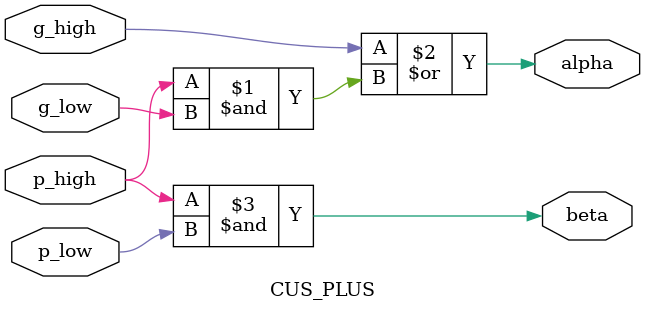
<source format=v>
module CUS_PLUS (
	input [0:0] g_high,
	input [0:0] g_low,
	input [0:0] p_high,
	input [0:0] p_low,
	output [0:0] alpha,
	output [0:0] beta   
);

assign alpha =  g_high | (p_high & g_low);
assign beta  =  p_high & p_low;

endmodule
</source>
